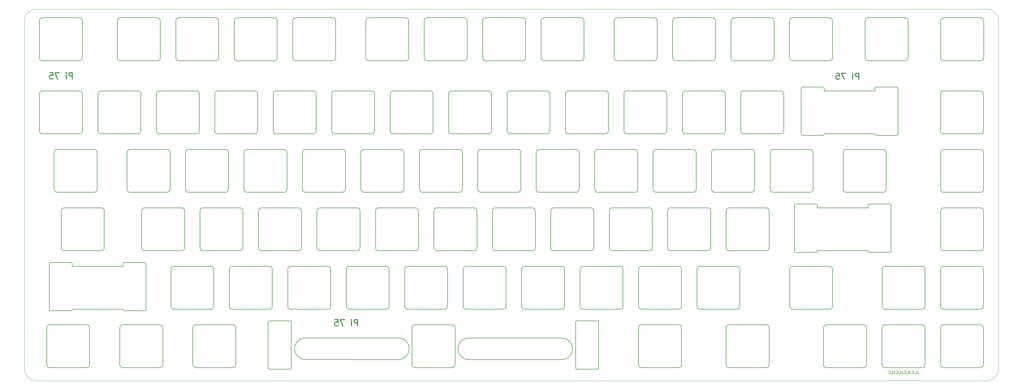
<source format=gbr>
%TF.GenerationSoftware,KiCad,Pcbnew,(5.1.10)-1*%
%TF.CreationDate,2021-06-02T05:44:33-04:00*%
%TF.ProjectId,pi75-plate,70693735-2d70-46c6-9174-652e6b696361,rev?*%
%TF.SameCoordinates,Original*%
%TF.FileFunction,Legend,Bot*%
%TF.FilePolarity,Positive*%
%FSLAX46Y46*%
G04 Gerber Fmt 4.6, Leading zero omitted, Abs format (unit mm)*
G04 Created by KiCad (PCBNEW (5.1.10)-1) date 2021-06-02 05:44:33*
%MOMM*%
%LPD*%
G01*
G04 APERTURE LIST*
%TA.AperFunction,Profile*%
%ADD10C,0.050000*%
%TD*%
%ADD11C,0.300000*%
%ADD12C,0.150000*%
%TA.AperFunction,Profile*%
%ADD13C,0.200000*%
%TD*%
G04 APERTURE END LIST*
D10*
X301625000Y-43218100D02*
X301625000Y-156629100D01*
X297815000Y-39408100D02*
X-12052300Y-39408100D01*
X-12052300Y-160439100D02*
G75*
G02*
X-15862300Y-156629100I0J3810000D01*
G01*
X297815000Y-39408100D02*
G75*
G02*
X301625000Y-43218100I0J-3810000D01*
G01*
X301625000Y-156629100D02*
G75*
G02*
X297815000Y-160439100I-3810000J0D01*
G01*
X-15862300Y-43218100D02*
G75*
G02*
X-12052300Y-39408100I3810000J0D01*
G01*
X-15862300Y-43218100D02*
X-15862300Y-156629100D01*
X297815000Y-160439100D02*
X-12052300Y-160439100D01*
D11*
X-270333Y-62118761D02*
X-270333Y-60118761D01*
X-1032238Y-60118761D01*
X-1222714Y-60214000D01*
X-1317952Y-60309238D01*
X-1413190Y-60499714D01*
X-1413190Y-60785428D01*
X-1317952Y-60975904D01*
X-1222714Y-61071142D01*
X-1032238Y-61166380D01*
X-270333Y-61166380D01*
X-2270333Y-62118761D02*
X-2270333Y-60785428D01*
X-2270333Y-60118761D02*
X-2175095Y-60214000D01*
X-2270333Y-60309238D01*
X-2365571Y-60214000D01*
X-2270333Y-60118761D01*
X-2270333Y-60309238D01*
X-4556047Y-60118761D02*
X-5889380Y-60118761D01*
X-5032238Y-62118761D01*
X-7603666Y-60118761D02*
X-6651285Y-60118761D01*
X-6556047Y-61071142D01*
X-6651285Y-60975904D01*
X-6841761Y-60880666D01*
X-7317952Y-60880666D01*
X-7508428Y-60975904D01*
X-7603666Y-61071142D01*
X-7698904Y-61261619D01*
X-7698904Y-61737809D01*
X-7603666Y-61928285D01*
X-7508428Y-62023523D01*
X-7317952Y-62118761D01*
X-6841761Y-62118761D01*
X-6651285Y-62023523D01*
X-6556047Y-61928285D01*
D12*
X275281447Y-157237180D02*
X275281447Y-157951466D01*
X275329066Y-158094323D01*
X275424304Y-158189561D01*
X275567161Y-158237180D01*
X275662400Y-158237180D01*
X274329066Y-158237180D02*
X274805257Y-158237180D01*
X274805257Y-157237180D01*
X273424304Y-158141942D02*
X273471923Y-158189561D01*
X273614780Y-158237180D01*
X273710019Y-158237180D01*
X273852876Y-158189561D01*
X273948114Y-158094323D01*
X273995733Y-157999085D01*
X274043352Y-157808609D01*
X274043352Y-157665752D01*
X273995733Y-157475276D01*
X273948114Y-157380038D01*
X273852876Y-157284800D01*
X273710019Y-157237180D01*
X273614780Y-157237180D01*
X273471923Y-157284800D01*
X273424304Y-157332419D01*
X272710019Y-157237180D02*
X272710019Y-157951466D01*
X272757638Y-158094323D01*
X272852876Y-158189561D01*
X272995733Y-158237180D01*
X273090971Y-158237180D01*
X271757638Y-158237180D02*
X272233828Y-158237180D01*
X272233828Y-157237180D01*
X270852876Y-158141942D02*
X270900495Y-158189561D01*
X271043352Y-158237180D01*
X271138590Y-158237180D01*
X271281447Y-158189561D01*
X271376685Y-158094323D01*
X271424304Y-157999085D01*
X271471923Y-157808609D01*
X271471923Y-157665752D01*
X271424304Y-157475276D01*
X271376685Y-157380038D01*
X271281447Y-157284800D01*
X271138590Y-157237180D01*
X271043352Y-157237180D01*
X270900495Y-157284800D01*
X270852876Y-157332419D01*
X270138590Y-157237180D02*
X270138590Y-157951466D01*
X270186209Y-158094323D01*
X270281447Y-158189561D01*
X270424304Y-158237180D01*
X270519542Y-158237180D01*
X269186209Y-158237180D02*
X269662400Y-158237180D01*
X269662400Y-157237180D01*
X268281447Y-158141942D02*
X268329066Y-158189561D01*
X268471923Y-158237180D01*
X268567161Y-158237180D01*
X268710019Y-158189561D01*
X268805257Y-158094323D01*
X268852876Y-157999085D01*
X268900495Y-157808609D01*
X268900495Y-157665752D01*
X268852876Y-157475276D01*
X268805257Y-157380038D01*
X268710019Y-157284800D01*
X268567161Y-157237180D01*
X268471923Y-157237180D01*
X268329066Y-157284800D01*
X268281447Y-157332419D01*
X267567161Y-157237180D02*
X267567161Y-157951466D01*
X267614780Y-158094323D01*
X267710019Y-158189561D01*
X267852876Y-158237180D01*
X267948114Y-158237180D01*
X266614780Y-158237180D02*
X267090971Y-158237180D01*
X267090971Y-157237180D01*
X265710019Y-158141942D02*
X265757638Y-158189561D01*
X265900495Y-158237180D01*
X265995733Y-158237180D01*
X266138590Y-158189561D01*
X266233828Y-158094323D01*
X266281447Y-157999085D01*
X266329066Y-157808609D01*
X266329066Y-157665752D01*
X266281447Y-157475276D01*
X266233828Y-157380038D01*
X266138590Y-157284800D01*
X265995733Y-157237180D01*
X265900495Y-157237180D01*
X265757638Y-157284800D01*
X265710019Y-157332419D01*
D13*
X5405400Y-155227301D02*
G75*
G02*
X4405400Y-156227301I-1000000J0D01*
G01*
X-8594600Y-143227300D02*
G75*
G02*
X-7594600Y-142227300I1000000J0D01*
G01*
X-7594600Y-156227301D02*
G75*
G02*
X-8594600Y-155227301I0J1000000D01*
G01*
X-7594600Y-142227301D02*
X4405400Y-142227301D01*
X-8594600Y-143227300D02*
X-8594600Y-155227301D01*
X-7594600Y-156227300D02*
X4405400Y-156227300D01*
X4405400Y-142227300D02*
G75*
G02*
X5405400Y-143227300I0J-1000000D01*
G01*
X5405400Y-143227300D02*
X5405400Y-155227301D01*
X29230600Y-155227301D02*
G75*
G02*
X28230600Y-156227301I-1000000J0D01*
G01*
X15230600Y-143227300D02*
G75*
G02*
X16230600Y-142227300I1000000J0D01*
G01*
X16230600Y-156227301D02*
G75*
G02*
X15230600Y-155227301I0J1000000D01*
G01*
X16230600Y-142227301D02*
X28230600Y-142227301D01*
X15230600Y-143227300D02*
X15230600Y-155227301D01*
X16230600Y-156227300D02*
X28230600Y-156227300D01*
X28230600Y-142227300D02*
G75*
G02*
X29230600Y-143227300I0J-1000000D01*
G01*
X29230600Y-143227300D02*
X29230600Y-155227301D01*
X53030400Y-155227301D02*
G75*
G02*
X52030400Y-156227301I-1000000J0D01*
G01*
X39030400Y-143227300D02*
G75*
G02*
X40030400Y-142227300I1000000J0D01*
G01*
X40030400Y-156227301D02*
G75*
G02*
X39030400Y-155227301I0J1000000D01*
G01*
X40030400Y-142227301D02*
X52030400Y-142227301D01*
X39030400Y-143227300D02*
X39030400Y-155227301D01*
X40030400Y-156227300D02*
X52030400Y-156227300D01*
X52030400Y-142227300D02*
G75*
G02*
X53030400Y-143227300I0J-1000000D01*
G01*
X53030400Y-143227300D02*
X53030400Y-155227301D01*
X124480600Y-155227301D02*
G75*
G02*
X123480600Y-156227301I-1000000J0D01*
G01*
X110480600Y-143227300D02*
G75*
G02*
X111480600Y-142227300I1000000J0D01*
G01*
X111480600Y-156227301D02*
G75*
G02*
X110480600Y-155227301I0J1000000D01*
G01*
X111480600Y-142227301D02*
X123480600Y-142227301D01*
X110480600Y-143227300D02*
X110480600Y-155227301D01*
X111480600Y-156227300D02*
X123480600Y-156227300D01*
X123480600Y-142227300D02*
G75*
G02*
X124480600Y-143227300I0J-1000000D01*
G01*
X124480600Y-143227300D02*
X124480600Y-155227301D01*
X198267600Y-155227301D02*
G75*
G02*
X197267600Y-156227301I-1000000J0D01*
G01*
X184267600Y-143227300D02*
G75*
G02*
X185267600Y-142227300I1000000J0D01*
G01*
X185267600Y-156227301D02*
G75*
G02*
X184267600Y-155227301I0J1000000D01*
G01*
X185267600Y-142227301D02*
X197267600Y-142227301D01*
X184267600Y-143227300D02*
X184267600Y-155227301D01*
X185267600Y-156227300D02*
X197267600Y-156227300D01*
X197267600Y-142227300D02*
G75*
G02*
X198267600Y-143227300I0J-1000000D01*
G01*
X198267600Y-143227300D02*
X198267600Y-155227301D01*
X226842600Y-155227301D02*
G75*
G02*
X225842600Y-156227301I-1000000J0D01*
G01*
X212842600Y-143227300D02*
G75*
G02*
X213842600Y-142227300I1000000J0D01*
G01*
X213842600Y-156227301D02*
G75*
G02*
X212842600Y-155227301I0J1000000D01*
G01*
X213842600Y-142227301D02*
X225842600Y-142227301D01*
X212842600Y-143227300D02*
X212842600Y-155227301D01*
X213842600Y-156227300D02*
X225842600Y-156227300D01*
X225842600Y-142227300D02*
G75*
G02*
X226842600Y-143227300I0J-1000000D01*
G01*
X226842600Y-143227300D02*
X226842600Y-155227301D01*
X258592600Y-155227301D02*
G75*
G02*
X257592600Y-156227301I-1000000J0D01*
G01*
X244592600Y-143227300D02*
G75*
G02*
X245592600Y-142227300I1000000J0D01*
G01*
X245592600Y-156227301D02*
G75*
G02*
X244592600Y-155227301I0J1000000D01*
G01*
X245592600Y-142227301D02*
X257592600Y-142227301D01*
X244592600Y-143227300D02*
X244592600Y-155227301D01*
X245592600Y-156227300D02*
X257592600Y-156227300D01*
X257592600Y-142227300D02*
G75*
G02*
X258592600Y-143227300I0J-1000000D01*
G01*
X258592600Y-143227300D02*
X258592600Y-155227301D01*
X277642600Y-155227301D02*
G75*
G02*
X276642600Y-156227301I-1000000J0D01*
G01*
X263642600Y-143227300D02*
G75*
G02*
X264642600Y-142227300I1000000J0D01*
G01*
X264642600Y-156227301D02*
G75*
G02*
X263642600Y-155227301I0J1000000D01*
G01*
X264642600Y-142227301D02*
X276642600Y-142227301D01*
X263642600Y-143227300D02*
X263642600Y-155227301D01*
X264642600Y-156227300D02*
X276642600Y-156227300D01*
X276642600Y-142227300D02*
G75*
G02*
X277642600Y-143227300I0J-1000000D01*
G01*
X277642600Y-143227300D02*
X277642600Y-155227301D01*
X296718000Y-155227301D02*
G75*
G02*
X295718000Y-156227301I-1000000J0D01*
G01*
X282718000Y-143227300D02*
G75*
G02*
X283718000Y-142227300I1000000J0D01*
G01*
X283718000Y-156227301D02*
G75*
G02*
X282718000Y-155227301I0J1000000D01*
G01*
X283718000Y-142227301D02*
X295718000Y-142227301D01*
X282718000Y-143227300D02*
X282718000Y-155227301D01*
X283718000Y-156227300D02*
X295718000Y-156227300D01*
X295718000Y-142227300D02*
G75*
G02*
X296718000Y-143227300I0J-1000000D01*
G01*
X296718000Y-143227300D02*
X296718000Y-155227301D01*
X296718000Y-136177301D02*
G75*
G02*
X295718000Y-137177301I-1000000J0D01*
G01*
X282718000Y-124177300D02*
G75*
G02*
X283718000Y-123177300I1000000J0D01*
G01*
X283718000Y-137177301D02*
G75*
G02*
X282718000Y-136177301I0J1000000D01*
G01*
X283718000Y-123177301D02*
X295718000Y-123177301D01*
X282718000Y-124177300D02*
X282718000Y-136177301D01*
X283718000Y-137177300D02*
X295718000Y-137177300D01*
X295718000Y-123177300D02*
G75*
G02*
X296718000Y-124177300I0J-1000000D01*
G01*
X296718000Y-124177300D02*
X296718000Y-136177301D01*
X277668000Y-136177301D02*
G75*
G02*
X276668000Y-137177301I-1000000J0D01*
G01*
X263668000Y-124177300D02*
G75*
G02*
X264668000Y-123177300I1000000J0D01*
G01*
X264668000Y-137177301D02*
G75*
G02*
X263668000Y-136177301I0J1000000D01*
G01*
X264668000Y-123177301D02*
X276668000Y-123177301D01*
X263668000Y-124177300D02*
X263668000Y-136177301D01*
X264668000Y-137177300D02*
X276668000Y-137177300D01*
X276668000Y-123177300D02*
G75*
G02*
X277668000Y-124177300I0J-1000000D01*
G01*
X277668000Y-124177300D02*
X277668000Y-136177301D01*
X247518200Y-136177301D02*
G75*
G02*
X246518200Y-137177301I-1000000J0D01*
G01*
X233518200Y-124177300D02*
G75*
G02*
X234518200Y-123177300I1000000J0D01*
G01*
X234518200Y-137177301D02*
G75*
G02*
X233518200Y-136177301I0J1000000D01*
G01*
X234518200Y-123177301D02*
X246518200Y-123177301D01*
X233518200Y-124177300D02*
X233518200Y-136177301D01*
X234518200Y-137177300D02*
X246518200Y-137177300D01*
X246518200Y-123177300D02*
G75*
G02*
X247518200Y-124177300I0J-1000000D01*
G01*
X247518200Y-124177300D02*
X247518200Y-136177301D01*
X217343000Y-136177301D02*
G75*
G02*
X216343000Y-137177301I-1000000J0D01*
G01*
X203343000Y-124177300D02*
G75*
G02*
X204343000Y-123177300I1000000J0D01*
G01*
X204343000Y-137177301D02*
G75*
G02*
X203343000Y-136177301I0J1000000D01*
G01*
X204343000Y-123177301D02*
X216343000Y-123177301D01*
X203343000Y-124177300D02*
X203343000Y-136177301D01*
X204343000Y-137177300D02*
X216343000Y-137177300D01*
X216343000Y-123177300D02*
G75*
G02*
X217343000Y-124177300I0J-1000000D01*
G01*
X217343000Y-124177300D02*
X217343000Y-136177301D01*
X198293000Y-136177301D02*
G75*
G02*
X197293000Y-137177301I-1000000J0D01*
G01*
X184293000Y-124177300D02*
G75*
G02*
X185293000Y-123177300I1000000J0D01*
G01*
X185293000Y-137177301D02*
G75*
G02*
X184293000Y-136177301I0J1000000D01*
G01*
X185293000Y-123177301D02*
X197293000Y-123177301D01*
X184293000Y-124177300D02*
X184293000Y-136177301D01*
X185293000Y-137177300D02*
X197293000Y-137177300D01*
X197293000Y-123177300D02*
G75*
G02*
X198293000Y-124177300I0J-1000000D01*
G01*
X198293000Y-124177300D02*
X198293000Y-136177301D01*
X179243000Y-136177301D02*
G75*
G02*
X178243000Y-137177301I-1000000J0D01*
G01*
X165243000Y-124177300D02*
G75*
G02*
X166243000Y-123177300I1000000J0D01*
G01*
X166243000Y-137177301D02*
G75*
G02*
X165243000Y-136177301I0J1000000D01*
G01*
X166243000Y-123177301D02*
X178243000Y-123177301D01*
X165243000Y-124177300D02*
X165243000Y-136177301D01*
X166243000Y-137177300D02*
X178243000Y-137177300D01*
X178243000Y-123177300D02*
G75*
G02*
X179243000Y-124177300I0J-1000000D01*
G01*
X179243000Y-124177300D02*
X179243000Y-136177301D01*
X160193000Y-136177301D02*
G75*
G02*
X159193000Y-137177301I-1000000J0D01*
G01*
X146193000Y-124177300D02*
G75*
G02*
X147193000Y-123177300I1000000J0D01*
G01*
X147193000Y-137177301D02*
G75*
G02*
X146193000Y-136177301I0J1000000D01*
G01*
X147193000Y-123177301D02*
X159193000Y-123177301D01*
X146193000Y-124177300D02*
X146193000Y-136177301D01*
X147193000Y-137177300D02*
X159193000Y-137177300D01*
X159193000Y-123177300D02*
G75*
G02*
X160193000Y-124177300I0J-1000000D01*
G01*
X160193000Y-124177300D02*
X160193000Y-136177301D01*
X141117600Y-136177301D02*
G75*
G02*
X140117600Y-137177301I-1000000J0D01*
G01*
X127117600Y-124177300D02*
G75*
G02*
X128117600Y-123177300I1000000J0D01*
G01*
X128117600Y-137177301D02*
G75*
G02*
X127117600Y-136177301I0J1000000D01*
G01*
X128117600Y-123177301D02*
X140117600Y-123177301D01*
X127117600Y-124177300D02*
X127117600Y-136177301D01*
X128117600Y-137177300D02*
X140117600Y-137177300D01*
X140117600Y-123177300D02*
G75*
G02*
X141117600Y-124177300I0J-1000000D01*
G01*
X141117600Y-124177300D02*
X141117600Y-136177301D01*
X103017600Y-136177301D02*
G75*
G02*
X102017600Y-137177301I-1000000J0D01*
G01*
X89017600Y-124177300D02*
G75*
G02*
X90017600Y-123177300I1000000J0D01*
G01*
X90017600Y-137177301D02*
G75*
G02*
X89017600Y-136177301I0J1000000D01*
G01*
X90017600Y-123177301D02*
X102017600Y-123177301D01*
X89017600Y-124177300D02*
X89017600Y-136177301D01*
X90017600Y-137177300D02*
X102017600Y-137177300D01*
X102017600Y-123177300D02*
G75*
G02*
X103017600Y-124177300I0J-1000000D01*
G01*
X103017600Y-124177300D02*
X103017600Y-136177301D01*
X83967600Y-136202701D02*
G75*
G02*
X82967600Y-137202701I-1000000J0D01*
G01*
X69967600Y-124202700D02*
G75*
G02*
X70967600Y-123202700I1000000J0D01*
G01*
X70967600Y-137202701D02*
G75*
G02*
X69967600Y-136202701I0J1000000D01*
G01*
X70967600Y-123202701D02*
X82967600Y-123202701D01*
X69967600Y-124202700D02*
X69967600Y-136202701D01*
X70967600Y-137202700D02*
X82967600Y-137202700D01*
X82967600Y-123202700D02*
G75*
G02*
X83967600Y-124202700I0J-1000000D01*
G01*
X83967600Y-124202700D02*
X83967600Y-136202701D01*
X64917600Y-136177301D02*
G75*
G02*
X63917600Y-137177301I-1000000J0D01*
G01*
X50917600Y-124177300D02*
G75*
G02*
X51917600Y-123177300I1000000J0D01*
G01*
X51917600Y-137177301D02*
G75*
G02*
X50917600Y-136177301I0J1000000D01*
G01*
X51917600Y-123177301D02*
X63917600Y-123177301D01*
X50917600Y-124177300D02*
X50917600Y-136177301D01*
X51917600Y-137177300D02*
X63917600Y-137177300D01*
X63917600Y-123177300D02*
G75*
G02*
X64917600Y-124177300I0J-1000000D01*
G01*
X64917600Y-124177300D02*
X64917600Y-136177301D01*
X45893000Y-136177301D02*
G75*
G02*
X44893000Y-137177301I-1000000J0D01*
G01*
X31893000Y-124177300D02*
G75*
G02*
X32893000Y-123177300I1000000J0D01*
G01*
X32893000Y-137177301D02*
G75*
G02*
X31893000Y-136177301I0J1000000D01*
G01*
X32893000Y-123177301D02*
X44893000Y-123177301D01*
X31893000Y-124177300D02*
X31893000Y-136177301D01*
X32893000Y-137177300D02*
X44893000Y-137177300D01*
X44893000Y-123177300D02*
G75*
G02*
X45893000Y-124177300I0J-1000000D01*
G01*
X45893000Y-124177300D02*
X45893000Y-136177301D01*
X10155200Y-117127301D02*
G75*
G02*
X9155200Y-118127301I-1000000J0D01*
G01*
X-3844800Y-105127300D02*
G75*
G02*
X-2844800Y-104127300I1000000J0D01*
G01*
X-2844800Y-118127301D02*
G75*
G02*
X-3844800Y-117127301I0J1000000D01*
G01*
X-2844800Y-104127301D02*
X9155200Y-104127301D01*
X-3844800Y-105127300D02*
X-3844800Y-117127301D01*
X-2844800Y-118127300D02*
X9155200Y-118127300D01*
X9155200Y-104127300D02*
G75*
G02*
X10155200Y-105127300I0J-1000000D01*
G01*
X10155200Y-105127300D02*
X10155200Y-117127301D01*
X36342600Y-117101901D02*
G75*
G02*
X35342600Y-118101901I-1000000J0D01*
G01*
X22342600Y-105101900D02*
G75*
G02*
X23342600Y-104101900I1000000J0D01*
G01*
X23342600Y-118101901D02*
G75*
G02*
X22342600Y-117101901I0J1000000D01*
G01*
X23342600Y-104101901D02*
X35342600Y-104101901D01*
X22342600Y-105101900D02*
X22342600Y-117101901D01*
X23342600Y-118101900D02*
X35342600Y-118101900D01*
X35342600Y-104101900D02*
G75*
G02*
X36342600Y-105101900I0J-1000000D01*
G01*
X36342600Y-105101900D02*
X36342600Y-117101901D01*
X55367200Y-117127301D02*
G75*
G02*
X54367200Y-118127301I-1000000J0D01*
G01*
X41367200Y-105127300D02*
G75*
G02*
X42367200Y-104127300I1000000J0D01*
G01*
X42367200Y-118127301D02*
G75*
G02*
X41367200Y-117127301I0J1000000D01*
G01*
X42367200Y-104127301D02*
X54367200Y-104127301D01*
X41367200Y-105127300D02*
X41367200Y-117127301D01*
X42367200Y-118127300D02*
X54367200Y-118127300D01*
X54367200Y-104127300D02*
G75*
G02*
X55367200Y-105127300I0J-1000000D01*
G01*
X55367200Y-105127300D02*
X55367200Y-117127301D01*
X74442600Y-117127301D02*
G75*
G02*
X73442600Y-118127301I-1000000J0D01*
G01*
X60442600Y-105127300D02*
G75*
G02*
X61442600Y-104127300I1000000J0D01*
G01*
X61442600Y-118127301D02*
G75*
G02*
X60442600Y-117127301I0J1000000D01*
G01*
X61442600Y-104127301D02*
X73442600Y-104127301D01*
X60442600Y-105127300D02*
X60442600Y-117127301D01*
X61442600Y-118127300D02*
X73442600Y-118127300D01*
X73442600Y-104127300D02*
G75*
G02*
X74442600Y-105127300I0J-1000000D01*
G01*
X74442600Y-105127300D02*
X74442600Y-117127301D01*
X93492600Y-117127301D02*
G75*
G02*
X92492600Y-118127301I-1000000J0D01*
G01*
X79492600Y-105127300D02*
G75*
G02*
X80492600Y-104127300I1000000J0D01*
G01*
X80492600Y-118127301D02*
G75*
G02*
X79492600Y-117127301I0J1000000D01*
G01*
X80492600Y-104127301D02*
X92492600Y-104127301D01*
X79492600Y-105127300D02*
X79492600Y-117127301D01*
X80492600Y-118127300D02*
X92492600Y-118127300D01*
X92492600Y-104127300D02*
G75*
G02*
X93492600Y-105127300I0J-1000000D01*
G01*
X93492600Y-105127300D02*
X93492600Y-117127301D01*
X112568000Y-117127301D02*
G75*
G02*
X111568000Y-118127301I-1000000J0D01*
G01*
X98568000Y-105127300D02*
G75*
G02*
X99568000Y-104127300I1000000J0D01*
G01*
X99568000Y-118127301D02*
G75*
G02*
X98568000Y-117127301I0J1000000D01*
G01*
X99568000Y-104127301D02*
X111568000Y-104127301D01*
X98568000Y-105127300D02*
X98568000Y-117127301D01*
X99568000Y-118127300D02*
X111568000Y-118127300D01*
X111568000Y-104127300D02*
G75*
G02*
X112568000Y-105127300I0J-1000000D01*
G01*
X112568000Y-105127300D02*
X112568000Y-117127301D01*
X131592600Y-117101901D02*
G75*
G02*
X130592600Y-118101901I-1000000J0D01*
G01*
X117592600Y-105101900D02*
G75*
G02*
X118592600Y-104101900I1000000J0D01*
G01*
X118592600Y-118101901D02*
G75*
G02*
X117592600Y-117101901I0J1000000D01*
G01*
X118592600Y-104101901D02*
X130592600Y-104101901D01*
X117592600Y-105101900D02*
X117592600Y-117101901D01*
X118592600Y-118101900D02*
X130592600Y-118101900D01*
X130592600Y-104101900D02*
G75*
G02*
X131592600Y-105101900I0J-1000000D01*
G01*
X131592600Y-105101900D02*
X131592600Y-117101901D01*
X150668000Y-117127301D02*
G75*
G02*
X149668000Y-118127301I-1000000J0D01*
G01*
X136668000Y-105127300D02*
G75*
G02*
X137668000Y-104127300I1000000J0D01*
G01*
X137668000Y-118127301D02*
G75*
G02*
X136668000Y-117127301I0J1000000D01*
G01*
X137668000Y-104127301D02*
X149668000Y-104127301D01*
X136668000Y-105127300D02*
X136668000Y-117127301D01*
X137668000Y-118127300D02*
X149668000Y-118127300D01*
X149668000Y-104127300D02*
G75*
G02*
X150668000Y-105127300I0J-1000000D01*
G01*
X150668000Y-105127300D02*
X150668000Y-117127301D01*
X169692600Y-117127301D02*
G75*
G02*
X168692600Y-118127301I-1000000J0D01*
G01*
X155692600Y-105127300D02*
G75*
G02*
X156692600Y-104127300I1000000J0D01*
G01*
X156692600Y-118127301D02*
G75*
G02*
X155692600Y-117127301I0J1000000D01*
G01*
X156692600Y-104127301D02*
X168692600Y-104127301D01*
X155692600Y-105127300D02*
X155692600Y-117127301D01*
X156692600Y-118127300D02*
X168692600Y-118127300D01*
X168692600Y-104127300D02*
G75*
G02*
X169692600Y-105127300I0J-1000000D01*
G01*
X169692600Y-105127300D02*
X169692600Y-117127301D01*
X188768000Y-117127301D02*
G75*
G02*
X187768000Y-118127301I-1000000J0D01*
G01*
X174768000Y-105127300D02*
G75*
G02*
X175768000Y-104127300I1000000J0D01*
G01*
X175768000Y-118127301D02*
G75*
G02*
X174768000Y-117127301I0J1000000D01*
G01*
X175768000Y-104127301D02*
X187768000Y-104127301D01*
X174768000Y-105127300D02*
X174768000Y-117127301D01*
X175768000Y-118127300D02*
X187768000Y-118127300D01*
X187768000Y-104127300D02*
G75*
G02*
X188768000Y-105127300I0J-1000000D01*
G01*
X188768000Y-105127300D02*
X188768000Y-117127301D01*
X207792600Y-117127301D02*
G75*
G02*
X206792600Y-118127301I-1000000J0D01*
G01*
X193792600Y-105127300D02*
G75*
G02*
X194792600Y-104127300I1000000J0D01*
G01*
X194792600Y-118127301D02*
G75*
G02*
X193792600Y-117127301I0J1000000D01*
G01*
X194792600Y-104127301D02*
X206792600Y-104127301D01*
X193792600Y-105127300D02*
X193792600Y-117127301D01*
X194792600Y-118127300D02*
X206792600Y-118127300D01*
X206792600Y-104127300D02*
G75*
G02*
X207792600Y-105127300I0J-1000000D01*
G01*
X207792600Y-105127300D02*
X207792600Y-117127301D01*
X226842600Y-117127301D02*
G75*
G02*
X225842600Y-118127301I-1000000J0D01*
G01*
X212842600Y-105127300D02*
G75*
G02*
X213842600Y-104127300I1000000J0D01*
G01*
X213842600Y-118127301D02*
G75*
G02*
X212842600Y-117127301I0J1000000D01*
G01*
X213842600Y-104127301D02*
X225842600Y-104127301D01*
X212842600Y-105127300D02*
X212842600Y-117127301D01*
X213842600Y-118127300D02*
X225842600Y-118127300D01*
X225842600Y-104127300D02*
G75*
G02*
X226842600Y-105127300I0J-1000000D01*
G01*
X226842600Y-105127300D02*
X226842600Y-117127301D01*
X296743400Y-117127301D02*
G75*
G02*
X295743400Y-118127301I-1000000J0D01*
G01*
X282743400Y-105127300D02*
G75*
G02*
X283743400Y-104127300I1000000J0D01*
G01*
X283743400Y-118127301D02*
G75*
G02*
X282743400Y-117127301I0J1000000D01*
G01*
X283743400Y-104127301D02*
X295743400Y-104127301D01*
X282743400Y-105127300D02*
X282743400Y-117127301D01*
X283743400Y-118127300D02*
X295743400Y-118127300D01*
X295743400Y-104127300D02*
G75*
G02*
X296743400Y-105127300I0J-1000000D01*
G01*
X296743400Y-105127300D02*
X296743400Y-117127301D01*
X296718000Y-98077301D02*
G75*
G02*
X295718000Y-99077301I-1000000J0D01*
G01*
X282718000Y-86077300D02*
G75*
G02*
X283718000Y-85077300I1000000J0D01*
G01*
X283718000Y-99077301D02*
G75*
G02*
X282718000Y-98077301I0J1000000D01*
G01*
X283718000Y-85077301D02*
X295718000Y-85077301D01*
X282718000Y-86077300D02*
X282718000Y-98077301D01*
X283718000Y-99077300D02*
X295718000Y-99077300D01*
X295718000Y-85077300D02*
G75*
G02*
X296718000Y-86077300I0J-1000000D01*
G01*
X296718000Y-86077300D02*
X296718000Y-98077301D01*
X264968000Y-98077301D02*
G75*
G02*
X263968000Y-99077301I-1000000J0D01*
G01*
X250968000Y-86077300D02*
G75*
G02*
X251968000Y-85077300I1000000J0D01*
G01*
X251968000Y-99077301D02*
G75*
G02*
X250968000Y-98077301I0J1000000D01*
G01*
X251968000Y-85077301D02*
X263968000Y-85077301D01*
X250968000Y-86077300D02*
X250968000Y-98077301D01*
X251968000Y-99077300D02*
X263968000Y-99077300D01*
X263968000Y-85077300D02*
G75*
G02*
X264968000Y-86077300I0J-1000000D01*
G01*
X264968000Y-86077300D02*
X264968000Y-98077301D01*
X241168200Y-98077301D02*
G75*
G02*
X240168200Y-99077301I-1000000J0D01*
G01*
X227168200Y-86077300D02*
G75*
G02*
X228168200Y-85077300I1000000J0D01*
G01*
X228168200Y-99077301D02*
G75*
G02*
X227168200Y-98077301I0J1000000D01*
G01*
X228168200Y-85077301D02*
X240168200Y-85077301D01*
X227168200Y-86077300D02*
X227168200Y-98077301D01*
X228168200Y-99077300D02*
X240168200Y-99077300D01*
X240168200Y-85077300D02*
G75*
G02*
X241168200Y-86077300I0J-1000000D01*
G01*
X241168200Y-86077300D02*
X241168200Y-98077301D01*
X222092800Y-98077301D02*
G75*
G02*
X221092800Y-99077301I-1000000J0D01*
G01*
X208092800Y-86077300D02*
G75*
G02*
X209092800Y-85077300I1000000J0D01*
G01*
X209092800Y-99077301D02*
G75*
G02*
X208092800Y-98077301I0J1000000D01*
G01*
X209092800Y-85077301D02*
X221092800Y-85077301D01*
X208092800Y-86077300D02*
X208092800Y-98077301D01*
X209092800Y-99077300D02*
X221092800Y-99077300D01*
X221092800Y-85077300D02*
G75*
G02*
X222092800Y-86077300I0J-1000000D01*
G01*
X222092800Y-86077300D02*
X222092800Y-98077301D01*
X203042800Y-98077301D02*
G75*
G02*
X202042800Y-99077301I-1000000J0D01*
G01*
X189042800Y-86077300D02*
G75*
G02*
X190042800Y-85077300I1000000J0D01*
G01*
X190042800Y-99077301D02*
G75*
G02*
X189042800Y-98077301I0J1000000D01*
G01*
X190042800Y-85077301D02*
X202042800Y-85077301D01*
X189042800Y-86077300D02*
X189042800Y-98077301D01*
X190042800Y-99077300D02*
X202042800Y-99077300D01*
X202042800Y-85077300D02*
G75*
G02*
X203042800Y-86077300I0J-1000000D01*
G01*
X203042800Y-86077300D02*
X203042800Y-98077301D01*
X183992800Y-98077301D02*
G75*
G02*
X182992800Y-99077301I-1000000J0D01*
G01*
X169992800Y-86077300D02*
G75*
G02*
X170992800Y-85077300I1000000J0D01*
G01*
X170992800Y-99077301D02*
G75*
G02*
X169992800Y-98077301I0J1000000D01*
G01*
X170992800Y-85077301D02*
X182992800Y-85077301D01*
X169992800Y-86077300D02*
X169992800Y-98077301D01*
X170992800Y-99077300D02*
X182992800Y-99077300D01*
X182992800Y-85077300D02*
G75*
G02*
X183992800Y-86077300I0J-1000000D01*
G01*
X183992800Y-86077300D02*
X183992800Y-98077301D01*
X164942800Y-98077301D02*
G75*
G02*
X163942800Y-99077301I-1000000J0D01*
G01*
X150942800Y-86077300D02*
G75*
G02*
X151942800Y-85077300I1000000J0D01*
G01*
X151942800Y-99077301D02*
G75*
G02*
X150942800Y-98077301I0J1000000D01*
G01*
X151942800Y-85077301D02*
X163942800Y-85077301D01*
X150942800Y-86077300D02*
X150942800Y-98077301D01*
X151942800Y-99077300D02*
X163942800Y-99077300D01*
X163942800Y-85077300D02*
G75*
G02*
X164942800Y-86077300I0J-1000000D01*
G01*
X164942800Y-86077300D02*
X164942800Y-98077301D01*
X145892800Y-98077301D02*
G75*
G02*
X144892800Y-99077301I-1000000J0D01*
G01*
X131892800Y-86077300D02*
G75*
G02*
X132892800Y-85077300I1000000J0D01*
G01*
X132892800Y-99077301D02*
G75*
G02*
X131892800Y-98077301I0J1000000D01*
G01*
X132892800Y-85077301D02*
X144892800Y-85077301D01*
X131892800Y-86077300D02*
X131892800Y-98077301D01*
X132892800Y-99077300D02*
X144892800Y-99077300D01*
X144892800Y-85077300D02*
G75*
G02*
X145892800Y-86077300I0J-1000000D01*
G01*
X145892800Y-86077300D02*
X145892800Y-98077301D01*
X126868200Y-98077301D02*
G75*
G02*
X125868200Y-99077301I-1000000J0D01*
G01*
X112868200Y-86077300D02*
G75*
G02*
X113868200Y-85077300I1000000J0D01*
G01*
X113868200Y-99077301D02*
G75*
G02*
X112868200Y-98077301I0J1000000D01*
G01*
X113868200Y-85077301D02*
X125868200Y-85077301D01*
X112868200Y-86077300D02*
X112868200Y-98077301D01*
X113868200Y-99077300D02*
X125868200Y-99077300D01*
X125868200Y-85077300D02*
G75*
G02*
X126868200Y-86077300I0J-1000000D01*
G01*
X126868200Y-86077300D02*
X126868200Y-98077301D01*
X107792800Y-98077301D02*
G75*
G02*
X106792800Y-99077301I-1000000J0D01*
G01*
X93792800Y-86077300D02*
G75*
G02*
X94792800Y-85077300I1000000J0D01*
G01*
X94792800Y-99077301D02*
G75*
G02*
X93792800Y-98077301I0J1000000D01*
G01*
X94792800Y-85077301D02*
X106792800Y-85077301D01*
X93792800Y-86077300D02*
X93792800Y-98077301D01*
X94792800Y-99077300D02*
X106792800Y-99077300D01*
X106792800Y-85077300D02*
G75*
G02*
X107792800Y-86077300I0J-1000000D01*
G01*
X107792800Y-86077300D02*
X107792800Y-98077301D01*
X88742800Y-98077301D02*
G75*
G02*
X87742800Y-99077301I-1000000J0D01*
G01*
X74742800Y-86077300D02*
G75*
G02*
X75742800Y-85077300I1000000J0D01*
G01*
X75742800Y-99077301D02*
G75*
G02*
X74742800Y-98077301I0J1000000D01*
G01*
X75742800Y-85077301D02*
X87742800Y-85077301D01*
X74742800Y-86077300D02*
X74742800Y-98077301D01*
X75742800Y-99077300D02*
X87742800Y-99077300D01*
X87742800Y-85077300D02*
G75*
G02*
X88742800Y-86077300I0J-1000000D01*
G01*
X88742800Y-86077300D02*
X88742800Y-98077301D01*
X69692800Y-98077301D02*
G75*
G02*
X68692800Y-99077301I-1000000J0D01*
G01*
X55692800Y-86077300D02*
G75*
G02*
X56692800Y-85077300I1000000J0D01*
G01*
X56692800Y-99077301D02*
G75*
G02*
X55692800Y-98077301I0J1000000D01*
G01*
X56692800Y-85077301D02*
X68692800Y-85077301D01*
X55692800Y-86077300D02*
X55692800Y-98077301D01*
X56692800Y-99077300D02*
X68692800Y-99077300D01*
X68692800Y-85077300D02*
G75*
G02*
X69692800Y-86077300I0J-1000000D01*
G01*
X69692800Y-86077300D02*
X69692800Y-98077301D01*
X50642800Y-98077301D02*
G75*
G02*
X49642800Y-99077301I-1000000J0D01*
G01*
X36642800Y-86077300D02*
G75*
G02*
X37642800Y-85077300I1000000J0D01*
G01*
X37642800Y-99077301D02*
G75*
G02*
X36642800Y-98077301I0J1000000D01*
G01*
X37642800Y-85077301D02*
X49642800Y-85077301D01*
X36642800Y-86077300D02*
X36642800Y-98077301D01*
X37642800Y-99077300D02*
X49642800Y-99077300D01*
X49642800Y-85077300D02*
G75*
G02*
X50642800Y-86077300I0J-1000000D01*
G01*
X50642800Y-86077300D02*
X50642800Y-98077301D01*
X31592800Y-98077301D02*
G75*
G02*
X30592800Y-99077301I-1000000J0D01*
G01*
X17592800Y-86077300D02*
G75*
G02*
X18592800Y-85077300I1000000J0D01*
G01*
X18592800Y-99077301D02*
G75*
G02*
X17592800Y-98077301I0J1000000D01*
G01*
X18592800Y-85077301D02*
X30592800Y-85077301D01*
X17592800Y-86077300D02*
X17592800Y-98077301D01*
X18592800Y-99077300D02*
X30592800Y-99077300D01*
X30592800Y-85077300D02*
G75*
G02*
X31592800Y-86077300I0J-1000000D01*
G01*
X31592800Y-86077300D02*
X31592800Y-98077301D01*
X7818400Y-98077301D02*
G75*
G02*
X6818400Y-99077301I-1000000J0D01*
G01*
X-6181600Y-86077300D02*
G75*
G02*
X-5181600Y-85077300I1000000J0D01*
G01*
X-5181600Y-99077301D02*
G75*
G02*
X-6181600Y-98077301I0J1000000D01*
G01*
X-5181600Y-85077301D02*
X6818400Y-85077301D01*
X-6181600Y-86077300D02*
X-6181600Y-98077301D01*
X-5181600Y-99077300D02*
X6818400Y-99077300D01*
X6818400Y-85077300D02*
G75*
G02*
X7818400Y-86077300I0J-1000000D01*
G01*
X7818400Y-86077300D02*
X7818400Y-98077301D01*
X3017800Y-79027301D02*
G75*
G02*
X2017800Y-80027301I-1000000J0D01*
G01*
X-10982200Y-67027300D02*
G75*
G02*
X-9982200Y-66027300I1000000J0D01*
G01*
X-9982200Y-80027301D02*
G75*
G02*
X-10982200Y-79027301I0J1000000D01*
G01*
X-9982200Y-66027301D02*
X2017800Y-66027301D01*
X-10982200Y-67027300D02*
X-10982200Y-79027301D01*
X-9982200Y-80027300D02*
X2017800Y-80027300D01*
X2017800Y-66027300D02*
G75*
G02*
X3017800Y-67027300I0J-1000000D01*
G01*
X3017800Y-67027300D02*
X3017800Y-79027301D01*
X22093200Y-79027301D02*
G75*
G02*
X21093200Y-80027301I-1000000J0D01*
G01*
X8093200Y-67027300D02*
G75*
G02*
X9093200Y-66027300I1000000J0D01*
G01*
X9093200Y-80027301D02*
G75*
G02*
X8093200Y-79027301I0J1000000D01*
G01*
X9093200Y-66027301D02*
X21093200Y-66027301D01*
X8093200Y-67027300D02*
X8093200Y-79027301D01*
X9093200Y-80027300D02*
X21093200Y-80027300D01*
X21093200Y-66027300D02*
G75*
G02*
X22093200Y-67027300I0J-1000000D01*
G01*
X22093200Y-67027300D02*
X22093200Y-79027301D01*
X41143200Y-79027301D02*
G75*
G02*
X40143200Y-80027301I-1000000J0D01*
G01*
X27143200Y-67027300D02*
G75*
G02*
X28143200Y-66027300I1000000J0D01*
G01*
X28143200Y-80027301D02*
G75*
G02*
X27143200Y-79027301I0J1000000D01*
G01*
X28143200Y-66027301D02*
X40143200Y-66027301D01*
X27143200Y-67027300D02*
X27143200Y-79027301D01*
X28143200Y-80027300D02*
X40143200Y-80027300D01*
X40143200Y-66027300D02*
G75*
G02*
X41143200Y-67027300I0J-1000000D01*
G01*
X41143200Y-67027300D02*
X41143200Y-79027301D01*
X60167800Y-79027301D02*
G75*
G02*
X59167800Y-80027301I-1000000J0D01*
G01*
X46167800Y-67027300D02*
G75*
G02*
X47167800Y-66027300I1000000J0D01*
G01*
X47167800Y-80027301D02*
G75*
G02*
X46167800Y-79027301I0J1000000D01*
G01*
X47167800Y-66027301D02*
X59167800Y-66027301D01*
X46167800Y-67027300D02*
X46167800Y-79027301D01*
X47167800Y-80027300D02*
X59167800Y-80027300D01*
X59167800Y-66027300D02*
G75*
G02*
X60167800Y-67027300I0J-1000000D01*
G01*
X60167800Y-67027300D02*
X60167800Y-79027301D01*
X79217800Y-79027301D02*
G75*
G02*
X78217800Y-80027301I-1000000J0D01*
G01*
X65217800Y-67027300D02*
G75*
G02*
X66217800Y-66027300I1000000J0D01*
G01*
X66217800Y-80027301D02*
G75*
G02*
X65217800Y-79027301I0J1000000D01*
G01*
X66217800Y-66027301D02*
X78217800Y-66027301D01*
X65217800Y-67027300D02*
X65217800Y-79027301D01*
X66217800Y-80027300D02*
X78217800Y-80027300D01*
X78217800Y-66027300D02*
G75*
G02*
X79217800Y-67027300I0J-1000000D01*
G01*
X79217800Y-67027300D02*
X79217800Y-79027301D01*
X98267800Y-79027301D02*
G75*
G02*
X97267800Y-80027301I-1000000J0D01*
G01*
X84267800Y-67027300D02*
G75*
G02*
X85267800Y-66027300I1000000J0D01*
G01*
X85267800Y-80027301D02*
G75*
G02*
X84267800Y-79027301I0J1000000D01*
G01*
X85267800Y-66027301D02*
X97267800Y-66027301D01*
X84267800Y-67027300D02*
X84267800Y-79027301D01*
X85267800Y-80027300D02*
X97267800Y-80027300D01*
X97267800Y-66027300D02*
G75*
G02*
X98267800Y-67027300I0J-1000000D01*
G01*
X98267800Y-67027300D02*
X98267800Y-79027301D01*
X117317800Y-79027301D02*
G75*
G02*
X116317800Y-80027301I-1000000J0D01*
G01*
X103317800Y-67027300D02*
G75*
G02*
X104317800Y-66027300I1000000J0D01*
G01*
X104317800Y-80027301D02*
G75*
G02*
X103317800Y-79027301I0J1000000D01*
G01*
X104317800Y-66027301D02*
X116317800Y-66027301D01*
X103317800Y-67027300D02*
X103317800Y-79027301D01*
X104317800Y-80027300D02*
X116317800Y-80027300D01*
X116317800Y-66027300D02*
G75*
G02*
X117317800Y-67027300I0J-1000000D01*
G01*
X117317800Y-67027300D02*
X117317800Y-79027301D01*
X136367800Y-79027301D02*
G75*
G02*
X135367800Y-80027301I-1000000J0D01*
G01*
X122367800Y-67027300D02*
G75*
G02*
X123367800Y-66027300I1000000J0D01*
G01*
X123367800Y-80027301D02*
G75*
G02*
X122367800Y-79027301I0J1000000D01*
G01*
X123367800Y-66027301D02*
X135367800Y-66027301D01*
X122367800Y-67027300D02*
X122367800Y-79027301D01*
X123367800Y-80027300D02*
X135367800Y-80027300D01*
X135367800Y-66027300D02*
G75*
G02*
X136367800Y-67027300I0J-1000000D01*
G01*
X136367800Y-67027300D02*
X136367800Y-79027301D01*
X155417800Y-79027301D02*
G75*
G02*
X154417800Y-80027301I-1000000J0D01*
G01*
X141417800Y-67027300D02*
G75*
G02*
X142417800Y-66027300I1000000J0D01*
G01*
X142417800Y-80027301D02*
G75*
G02*
X141417800Y-79027301I0J1000000D01*
G01*
X142417800Y-66027301D02*
X154417800Y-66027301D01*
X141417800Y-67027300D02*
X141417800Y-79027301D01*
X142417800Y-80027300D02*
X154417800Y-80027300D01*
X154417800Y-66027300D02*
G75*
G02*
X155417800Y-67027300I0J-1000000D01*
G01*
X155417800Y-67027300D02*
X155417800Y-79027301D01*
X174467800Y-79027301D02*
G75*
G02*
X173467800Y-80027301I-1000000J0D01*
G01*
X160467800Y-67027300D02*
G75*
G02*
X161467800Y-66027300I1000000J0D01*
G01*
X161467800Y-80027301D02*
G75*
G02*
X160467800Y-79027301I0J1000000D01*
G01*
X161467800Y-66027301D02*
X173467800Y-66027301D01*
X160467800Y-67027300D02*
X160467800Y-79027301D01*
X161467800Y-80027300D02*
X173467800Y-80027300D01*
X173467800Y-66027300D02*
G75*
G02*
X174467800Y-67027300I0J-1000000D01*
G01*
X174467800Y-67027300D02*
X174467800Y-79027301D01*
X193517800Y-79027301D02*
G75*
G02*
X192517800Y-80027301I-1000000J0D01*
G01*
X179517800Y-67027300D02*
G75*
G02*
X180517800Y-66027300I1000000J0D01*
G01*
X180517800Y-80027301D02*
G75*
G02*
X179517800Y-79027301I0J1000000D01*
G01*
X180517800Y-66027301D02*
X192517800Y-66027301D01*
X179517800Y-67027300D02*
X179517800Y-79027301D01*
X180517800Y-80027300D02*
X192517800Y-80027300D01*
X192517800Y-66027300D02*
G75*
G02*
X193517800Y-67027300I0J-1000000D01*
G01*
X193517800Y-67027300D02*
X193517800Y-79027301D01*
X212567800Y-79027301D02*
G75*
G02*
X211567800Y-80027301I-1000000J0D01*
G01*
X198567800Y-67027300D02*
G75*
G02*
X199567800Y-66027300I1000000J0D01*
G01*
X199567800Y-80027301D02*
G75*
G02*
X198567800Y-79027301I0J1000000D01*
G01*
X199567800Y-66027301D02*
X211567800Y-66027301D01*
X198567800Y-67027300D02*
X198567800Y-79027301D01*
X199567800Y-80027300D02*
X211567800Y-80027300D01*
X211567800Y-66027300D02*
G75*
G02*
X212567800Y-67027300I0J-1000000D01*
G01*
X212567800Y-67027300D02*
X212567800Y-79027301D01*
X231617800Y-79027301D02*
G75*
G02*
X230617800Y-80027301I-1000000J0D01*
G01*
X217617800Y-67027300D02*
G75*
G02*
X218617800Y-66027300I1000000J0D01*
G01*
X218617800Y-80027301D02*
G75*
G02*
X217617800Y-79027301I0J1000000D01*
G01*
X218617800Y-66027301D02*
X230617800Y-66027301D01*
X217617800Y-67027300D02*
X217617800Y-79027301D01*
X218617800Y-80027300D02*
X230617800Y-80027300D01*
X230617800Y-66027300D02*
G75*
G02*
X231617800Y-67027300I0J-1000000D01*
G01*
X231617800Y-67027300D02*
X231617800Y-79027301D01*
X296718000Y-79027301D02*
G75*
G02*
X295718000Y-80027301I-1000000J0D01*
G01*
X282718000Y-67027300D02*
G75*
G02*
X283718000Y-66027300I1000000J0D01*
G01*
X283718000Y-80027301D02*
G75*
G02*
X282718000Y-79027301I0J1000000D01*
G01*
X283718000Y-66027301D02*
X295718000Y-66027301D01*
X282718000Y-67027300D02*
X282718000Y-79027301D01*
X283718000Y-80027300D02*
X295718000Y-80027300D01*
X295718000Y-66027300D02*
G75*
G02*
X296718000Y-67027300I0J-1000000D01*
G01*
X296718000Y-67027300D02*
X296718000Y-79027301D01*
X296768800Y-55202101D02*
G75*
G02*
X295768800Y-56202101I-1000000J0D01*
G01*
X282768800Y-43202100D02*
G75*
G02*
X283768800Y-42202100I1000000J0D01*
G01*
X283768800Y-56202101D02*
G75*
G02*
X282768800Y-55202101I0J1000000D01*
G01*
X283768800Y-42202101D02*
X295768800Y-42202101D01*
X282768800Y-43202100D02*
X282768800Y-55202101D01*
X283768800Y-56202100D02*
X295768800Y-56202100D01*
X295768800Y-42202100D02*
G75*
G02*
X296768800Y-43202100I0J-1000000D01*
G01*
X296768800Y-43202100D02*
X296768800Y-55202101D01*
X272130800Y-55202101D02*
G75*
G02*
X271130800Y-56202101I-1000000J0D01*
G01*
X258130800Y-43202100D02*
G75*
G02*
X259130800Y-42202100I1000000J0D01*
G01*
X259130800Y-56202101D02*
G75*
G02*
X258130800Y-55202101I0J1000000D01*
G01*
X259130800Y-42202101D02*
X271130800Y-42202101D01*
X258130800Y-43202100D02*
X258130800Y-55202101D01*
X259130800Y-56202100D02*
X271130800Y-56202100D01*
X271130800Y-42202100D02*
G75*
G02*
X272130800Y-43202100I0J-1000000D01*
G01*
X272130800Y-43202100D02*
X272130800Y-55202101D01*
X247492800Y-55202101D02*
G75*
G02*
X246492800Y-56202101I-1000000J0D01*
G01*
X233492800Y-43202100D02*
G75*
G02*
X234492800Y-42202100I1000000J0D01*
G01*
X234492800Y-56202101D02*
G75*
G02*
X233492800Y-55202101I0J1000000D01*
G01*
X234492800Y-42202101D02*
X246492800Y-42202101D01*
X233492800Y-43202100D02*
X233492800Y-55202101D01*
X234492800Y-56202100D02*
X246492800Y-56202100D01*
X246492800Y-42202100D02*
G75*
G02*
X247492800Y-43202100I0J-1000000D01*
G01*
X247492800Y-43202100D02*
X247492800Y-55202101D01*
X228442800Y-55202101D02*
G75*
G02*
X227442800Y-56202101I-1000000J0D01*
G01*
X214442800Y-43202100D02*
G75*
G02*
X215442800Y-42202100I1000000J0D01*
G01*
X215442800Y-56202101D02*
G75*
G02*
X214442800Y-55202101I0J1000000D01*
G01*
X215442800Y-42202101D02*
X227442800Y-42202101D01*
X214442800Y-43202100D02*
X214442800Y-55202101D01*
X215442800Y-56202100D02*
X227442800Y-56202100D01*
X227442800Y-42202100D02*
G75*
G02*
X228442800Y-43202100I0J-1000000D01*
G01*
X228442800Y-43202100D02*
X228442800Y-55202101D01*
X209392800Y-55202101D02*
G75*
G02*
X208392800Y-56202101I-1000000J0D01*
G01*
X195392800Y-43202100D02*
G75*
G02*
X196392800Y-42202100I1000000J0D01*
G01*
X196392800Y-56202101D02*
G75*
G02*
X195392800Y-55202101I0J1000000D01*
G01*
X196392800Y-42202101D02*
X208392800Y-42202101D01*
X195392800Y-43202100D02*
X195392800Y-55202101D01*
X196392800Y-56202100D02*
X208392800Y-56202100D01*
X208392800Y-42202100D02*
G75*
G02*
X209392800Y-43202100I0J-1000000D01*
G01*
X209392800Y-43202100D02*
X209392800Y-55202101D01*
X190342800Y-55202101D02*
G75*
G02*
X189342800Y-56202101I-1000000J0D01*
G01*
X176342800Y-43202100D02*
G75*
G02*
X177342800Y-42202100I1000000J0D01*
G01*
X177342800Y-56202101D02*
G75*
G02*
X176342800Y-55202101I0J1000000D01*
G01*
X177342800Y-42202101D02*
X189342800Y-42202101D01*
X176342800Y-43202100D02*
X176342800Y-55202101D01*
X177342800Y-56202100D02*
X189342800Y-56202100D01*
X189342800Y-42202100D02*
G75*
G02*
X190342800Y-43202100I0J-1000000D01*
G01*
X190342800Y-43202100D02*
X190342800Y-55202101D01*
X166543000Y-55202101D02*
G75*
G02*
X165543000Y-56202101I-1000000J0D01*
G01*
X152543000Y-43202100D02*
G75*
G02*
X153543000Y-42202100I1000000J0D01*
G01*
X153543000Y-56202101D02*
G75*
G02*
X152543000Y-55202101I0J1000000D01*
G01*
X153543000Y-42202101D02*
X165543000Y-42202101D01*
X152543000Y-43202100D02*
X152543000Y-55202101D01*
X153543000Y-56202100D02*
X165543000Y-56202100D01*
X165543000Y-42202100D02*
G75*
G02*
X166543000Y-43202100I0J-1000000D01*
G01*
X166543000Y-43202100D02*
X166543000Y-55202101D01*
X147493000Y-55202101D02*
G75*
G02*
X146493000Y-56202101I-1000000J0D01*
G01*
X133493000Y-43202100D02*
G75*
G02*
X134493000Y-42202100I1000000J0D01*
G01*
X134493000Y-56202101D02*
G75*
G02*
X133493000Y-55202101I0J1000000D01*
G01*
X134493000Y-42202101D02*
X146493000Y-42202101D01*
X133493000Y-43202100D02*
X133493000Y-55202101D01*
X134493000Y-56202100D02*
X146493000Y-56202100D01*
X146493000Y-42202100D02*
G75*
G02*
X147493000Y-43202100I0J-1000000D01*
G01*
X147493000Y-43202100D02*
X147493000Y-55202101D01*
X128417600Y-55202101D02*
G75*
G02*
X127417600Y-56202101I-1000000J0D01*
G01*
X114417600Y-43202100D02*
G75*
G02*
X115417600Y-42202100I1000000J0D01*
G01*
X115417600Y-56202101D02*
G75*
G02*
X114417600Y-55202101I0J1000000D01*
G01*
X115417600Y-42202101D02*
X127417600Y-42202101D01*
X114417600Y-43202100D02*
X114417600Y-55202101D01*
X115417600Y-56202100D02*
X127417600Y-56202100D01*
X127417600Y-42202100D02*
G75*
G02*
X128417600Y-43202100I0J-1000000D01*
G01*
X128417600Y-43202100D02*
X128417600Y-55202101D01*
X109393000Y-55202101D02*
G75*
G02*
X108393000Y-56202101I-1000000J0D01*
G01*
X95393000Y-43202100D02*
G75*
G02*
X96393000Y-42202100I1000000J0D01*
G01*
X96393000Y-56202101D02*
G75*
G02*
X95393000Y-55202101I0J1000000D01*
G01*
X96393000Y-42202101D02*
X108393000Y-42202101D01*
X95393000Y-43202100D02*
X95393000Y-55202101D01*
X96393000Y-56202100D02*
X108393000Y-56202100D01*
X108393000Y-42202100D02*
G75*
G02*
X109393000Y-43202100I0J-1000000D01*
G01*
X109393000Y-43202100D02*
X109393000Y-55202101D01*
X85567800Y-55202101D02*
G75*
G02*
X84567800Y-56202101I-1000000J0D01*
G01*
X71567800Y-43202100D02*
G75*
G02*
X72567800Y-42202100I1000000J0D01*
G01*
X72567800Y-56202101D02*
G75*
G02*
X71567800Y-55202101I0J1000000D01*
G01*
X72567800Y-42202101D02*
X84567800Y-42202101D01*
X71567800Y-43202100D02*
X71567800Y-55202101D01*
X72567800Y-56202100D02*
X84567800Y-56202100D01*
X84567800Y-42202100D02*
G75*
G02*
X85567800Y-43202100I0J-1000000D01*
G01*
X85567800Y-43202100D02*
X85567800Y-55202101D01*
X66543200Y-55202101D02*
G75*
G02*
X65543200Y-56202101I-1000000J0D01*
G01*
X52543200Y-43202100D02*
G75*
G02*
X53543200Y-42202100I1000000J0D01*
G01*
X53543200Y-56202101D02*
G75*
G02*
X52543200Y-55202101I0J1000000D01*
G01*
X53543200Y-42202101D02*
X65543200Y-42202101D01*
X52543200Y-43202100D02*
X52543200Y-55202101D01*
X53543200Y-56202100D02*
X65543200Y-56202100D01*
X65543200Y-42202100D02*
G75*
G02*
X66543200Y-43202100I0J-1000000D01*
G01*
X66543200Y-43202100D02*
X66543200Y-55202101D01*
X47467800Y-55202101D02*
G75*
G02*
X46467800Y-56202101I-1000000J0D01*
G01*
X33467800Y-43202100D02*
G75*
G02*
X34467800Y-42202100I1000000J0D01*
G01*
X34467800Y-56202101D02*
G75*
G02*
X33467800Y-55202101I0J1000000D01*
G01*
X34467800Y-42202101D02*
X46467800Y-42202101D01*
X33467800Y-43202100D02*
X33467800Y-55202101D01*
X34467800Y-56202100D02*
X46467800Y-56202100D01*
X46467800Y-42202100D02*
G75*
G02*
X47467800Y-43202100I0J-1000000D01*
G01*
X47467800Y-43202100D02*
X47467800Y-55202101D01*
X28417800Y-55202101D02*
G75*
G02*
X27417800Y-56202101I-1000000J0D01*
G01*
X15417800Y-56202101D02*
G75*
G02*
X14417800Y-55202101I0J1000000D01*
G01*
X15417800Y-42202101D02*
X27417800Y-42202101D01*
X14417800Y-43202100D02*
G75*
G02*
X15417800Y-42202100I1000000J0D01*
G01*
X28417800Y-43202100D02*
X28417800Y-55202101D01*
X14417800Y-43202100D02*
X14417800Y-55202101D01*
X27417800Y-42202100D02*
G75*
G02*
X28417800Y-43202100I0J-1000000D01*
G01*
X15417800Y-56202100D02*
X27417800Y-56202100D01*
X3017800Y-55202101D02*
G75*
G02*
X2017800Y-56202101I-1000000J0D01*
G01*
X-9982200Y-56202101D02*
G75*
G02*
X-10982200Y-55202101I0J1000000D01*
G01*
X-9982200Y-42202101D02*
X2017800Y-42202101D01*
X-10982200Y-43202100D02*
G75*
G02*
X-9982200Y-42202100I1000000J0D01*
G01*
X3017800Y-43202100D02*
X3017800Y-55202101D01*
X-10982200Y-43202100D02*
X-10982200Y-55202101D01*
X2017800Y-42202100D02*
G75*
G02*
X3017800Y-43202100I0J-1000000D01*
G01*
X-9982200Y-56202100D02*
X2017800Y-56202100D01*
X122042200Y-136202701D02*
G75*
G02*
X121042200Y-137202701I-1000000J0D01*
G01*
X109042200Y-137202701D02*
G75*
G02*
X108042200Y-136202701I0J1000000D01*
G01*
X109042200Y-123202701D02*
X121042200Y-123202701D01*
X108042200Y-124202700D02*
G75*
G02*
X109042200Y-123202700I1000000J0D01*
G01*
X122042200Y-124202700D02*
X122042200Y-136202701D01*
X108042200Y-124202700D02*
X108042200Y-136202701D01*
X121042200Y-123202700D02*
G75*
G02*
X122042200Y-124202700I0J-1000000D01*
G01*
X109042200Y-137202700D02*
X121042200Y-137202700D01*
D11*
X256066466Y-62245761D02*
X256066466Y-60245761D01*
X255304561Y-60245761D01*
X255114085Y-60341000D01*
X255018847Y-60436238D01*
X254923609Y-60626714D01*
X254923609Y-60912428D01*
X255018847Y-61102904D01*
X255114085Y-61198142D01*
X255304561Y-61293380D01*
X256066466Y-61293380D01*
X254066466Y-62245761D02*
X254066466Y-60912428D01*
X254066466Y-60245761D02*
X254161704Y-60341000D01*
X254066466Y-60436238D01*
X253971228Y-60341000D01*
X254066466Y-60245761D01*
X254066466Y-60436238D01*
X251780752Y-60245761D02*
X250447419Y-60245761D01*
X251304561Y-62245761D01*
X248733133Y-60245761D02*
X249685514Y-60245761D01*
X249780752Y-61198142D01*
X249685514Y-61102904D01*
X249495038Y-61007666D01*
X249018847Y-61007666D01*
X248828371Y-61102904D01*
X248733133Y-61198142D01*
X248637895Y-61388619D01*
X248637895Y-61864809D01*
X248733133Y-62055285D01*
X248828371Y-62150523D01*
X249018847Y-62245761D01*
X249495038Y-62245761D01*
X249685514Y-62150523D01*
X249780752Y-62055285D01*
X92693666Y-142585961D02*
X92693666Y-140585961D01*
X91931761Y-140585961D01*
X91741285Y-140681200D01*
X91646047Y-140776438D01*
X91550809Y-140966914D01*
X91550809Y-141252628D01*
X91646047Y-141443104D01*
X91741285Y-141538342D01*
X91931761Y-141633580D01*
X92693666Y-141633580D01*
X90693666Y-142585961D02*
X90693666Y-141252628D01*
X90693666Y-140585961D02*
X90788904Y-140681200D01*
X90693666Y-140776438D01*
X90598428Y-140681200D01*
X90693666Y-140585961D01*
X90693666Y-140776438D01*
X88407952Y-140585961D02*
X87074619Y-140585961D01*
X87931761Y-142585961D01*
X85360333Y-140585961D02*
X86312714Y-140585961D01*
X86407952Y-141538342D01*
X86312714Y-141443104D01*
X86122238Y-141347866D01*
X85646047Y-141347866D01*
X85455571Y-141443104D01*
X85360333Y-141538342D01*
X85265095Y-141728819D01*
X85265095Y-142205009D01*
X85360333Y-142395485D01*
X85455571Y-142490723D01*
X85646047Y-142585961D01*
X86122238Y-142585961D01*
X86312714Y-142490723D01*
X86407952Y-142395485D01*
D13*
X72186800Y-150037800D02*
G75*
G02*
X75692000Y-146532600I3505200J0D01*
G01*
X75692000Y-153543000D02*
G75*
G02*
X72186800Y-150037800I0J3505200D01*
G01*
X109524800Y-150050500D02*
G75*
G02*
X106019600Y-153555700I-3505200J0D01*
G01*
X106019600Y-146545300D02*
G75*
G02*
X109524800Y-150050500I0J-3505200D01*
G01*
X75692000Y-146532600D02*
X106019600Y-146545300D01*
X106019600Y-153555700D02*
X75692000Y-153543000D01*
X159270700Y-153593800D02*
X128943100Y-153581100D01*
X128943100Y-146570700D02*
X159270700Y-146583400D01*
X128943100Y-153581100D02*
G75*
G02*
X125437900Y-150075900I0J3505200D01*
G01*
X162775900Y-150088600D02*
G75*
G02*
X159270700Y-153593800I-3505200J0D01*
G01*
X159270700Y-146583400D02*
G75*
G02*
X162775900Y-150088600I0J-3505200D01*
G01*
X125437900Y-150075900D02*
G75*
G02*
X128943100Y-146570700I3505200J0D01*
G01*
X260007100Y-66014600D02*
X261340600Y-66014600D01*
X260007100Y-80010000D02*
X261340600Y-80010000D01*
X244792500Y-80137000D02*
X244792500Y-80010000D01*
X246011700Y-66014600D02*
X244792500Y-66014600D01*
X246011700Y-80010000D02*
X244792500Y-80010000D01*
X261340600Y-66014600D02*
X261340600Y-65138300D01*
X244792500Y-66014600D02*
X244792500Y-65151000D01*
X261340600Y-80124300D02*
X261340600Y-80010000D01*
X268452600Y-64757300D02*
G75*
G02*
X268833600Y-65138300I0J-381000D01*
G01*
X261721600Y-80505300D02*
X268452600Y-80505300D01*
X261721600Y-80505300D02*
G75*
G02*
X261340600Y-80124300I0J381000D01*
G01*
X237299500Y-65151000D02*
X237299500Y-80137000D01*
X268833600Y-80124300D02*
G75*
G02*
X268452600Y-80505300I-381000J0D01*
G01*
X237299500Y-65151000D02*
G75*
G02*
X237680500Y-64770000I381000J0D01*
G01*
X244411500Y-64770000D02*
G75*
G02*
X244792500Y-65151000I0J-381000D01*
G01*
X268833600Y-80124300D02*
X268833600Y-65138300D01*
X244411500Y-64770000D02*
X237680500Y-64770000D01*
X237680500Y-80518000D02*
G75*
G02*
X237299500Y-80137000I0J381000D01*
G01*
X244792500Y-80137000D02*
G75*
G02*
X244411500Y-80518000I-381000J0D01*
G01*
X268452600Y-64757300D02*
X261721600Y-64757300D01*
X237680500Y-80518000D02*
X244411500Y-80518000D01*
X261340600Y-65138300D02*
G75*
G02*
X261721600Y-64757300I381000J0D01*
G01*
X246011700Y-80010000D02*
X260007100Y-80010000D01*
X246011700Y-66014600D02*
X260007100Y-66014600D01*
X257759200Y-104127300D02*
X259092700Y-104127300D01*
X257759200Y-118122700D02*
X259092700Y-118122700D01*
X242544600Y-118249700D02*
X242544600Y-118122700D01*
X243763800Y-104127300D02*
X242544600Y-104127300D01*
X243763800Y-118122700D02*
X242544600Y-118122700D01*
X259092700Y-104127300D02*
X259092700Y-103251000D01*
X242544600Y-104127300D02*
X242544600Y-103263700D01*
X259092700Y-118237000D02*
X259092700Y-118122700D01*
X266204700Y-102870000D02*
G75*
G02*
X266585700Y-103251000I0J-381000D01*
G01*
X259473700Y-118618000D02*
X266204700Y-118618000D01*
X259473700Y-118618000D02*
G75*
G02*
X259092700Y-118237000I0J381000D01*
G01*
X235051600Y-103263700D02*
X235051600Y-118249700D01*
X266585700Y-118237000D02*
G75*
G02*
X266204700Y-118618000I-381000J0D01*
G01*
X235051600Y-103263700D02*
G75*
G02*
X235432600Y-102882700I381000J0D01*
G01*
X242163600Y-102882700D02*
G75*
G02*
X242544600Y-103263700I0J-381000D01*
G01*
X266585700Y-118237000D02*
X266585700Y-103251000D01*
X242163600Y-102882700D02*
X235432600Y-102882700D01*
X235432600Y-118630700D02*
G75*
G02*
X235051600Y-118249700I0J381000D01*
G01*
X242544600Y-118249700D02*
G75*
G02*
X242163600Y-118630700I-381000J0D01*
G01*
X266204700Y-102870000D02*
X259473700Y-102870000D01*
X235432600Y-118630700D02*
X242163600Y-118630700D01*
X259092700Y-103251000D02*
G75*
G02*
X259473700Y-102870000I381000J0D01*
G01*
X243763800Y-118122700D02*
X257759200Y-118122700D01*
X243763800Y-104127300D02*
X257759200Y-104127300D01*
X-279400Y-123177300D02*
X-279400Y-122313700D01*
X16268700Y-123177300D02*
X16268700Y-122301000D01*
X-279400Y-137299700D02*
X-279400Y-137172700D01*
X16268700Y-137287000D02*
X16268700Y-137172700D01*
X939800Y-137172700D02*
X-279400Y-137172700D01*
X14935200Y-137172700D02*
X16268700Y-137172700D01*
X14935200Y-123177300D02*
X16268700Y-123177300D01*
X939800Y-123177300D02*
X-279400Y-123177300D01*
X-660400Y-121932700D02*
G75*
G02*
X-279400Y-122313700I0J-381000D01*
G01*
X16268700Y-122301000D02*
G75*
G02*
X16649700Y-121920000I381000J0D01*
G01*
X939800Y-123177300D02*
X14935200Y-123177300D01*
X23380700Y-121920000D02*
G75*
G02*
X23761700Y-122301000I0J-381000D01*
G01*
X16649700Y-137668000D02*
X23380700Y-137668000D01*
X23761700Y-137287000D02*
X23761700Y-122301000D01*
X23761700Y-137287000D02*
G75*
G02*
X23380700Y-137668000I-381000J0D01*
G01*
X16649700Y-137668000D02*
G75*
G02*
X16268700Y-137287000I0J381000D01*
G01*
X23380700Y-121920000D02*
X16649700Y-121920000D01*
X-7772400Y-122313700D02*
X-7772400Y-137299700D01*
X-7772400Y-122313700D02*
G75*
G02*
X-7391400Y-121932700I381000J0D01*
G01*
X-7391400Y-137680700D02*
X-660400Y-137680700D01*
X-279400Y-137299700D02*
G75*
G02*
X-660400Y-137680700I-381000J0D01*
G01*
X-7391400Y-137680700D02*
G75*
G02*
X-7772400Y-137299700I0J381000D01*
G01*
X-660400Y-121932700D02*
X-7391400Y-121932700D01*
X163779200Y-141325600D02*
X163779200Y-156311600D01*
X163779200Y-141325600D02*
G75*
G02*
X164160200Y-140944600I381000J0D01*
G01*
X170891200Y-140944600D02*
G75*
G02*
X171272200Y-141325600I0J-381000D01*
G01*
X164160200Y-156692600D02*
X170891200Y-156692600D01*
X171272200Y-156311600D02*
X171272200Y-141325600D01*
X171272200Y-156311600D02*
G75*
G02*
X170891200Y-156692600I-381000J0D01*
G01*
X164160200Y-156692600D02*
G75*
G02*
X163779200Y-156311600I0J381000D01*
G01*
X170891200Y-140944600D02*
X164160200Y-140944600D01*
X63588900Y-141351000D02*
X63588900Y-156337000D01*
X63588900Y-141351000D02*
G75*
G02*
X63969900Y-140970000I381000J0D01*
G01*
X70700900Y-140970000D02*
G75*
G02*
X71081900Y-141351000I0J-381000D01*
G01*
X63969900Y-156718000D02*
X70700900Y-156718000D01*
X71081900Y-156337000D02*
X71081900Y-141351000D01*
X71081900Y-156337000D02*
G75*
G02*
X70700900Y-156718000I-381000J0D01*
G01*
X63969900Y-156718000D02*
G75*
G02*
X63588900Y-156337000I0J381000D01*
G01*
X70700900Y-140970000D02*
X63969900Y-140970000D01*
X939800Y-137172700D02*
X14935200Y-137172700D01*
M02*

</source>
